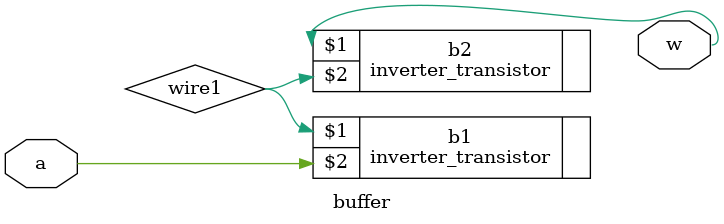
<source format=v>
`timescale 1ns/1ns
`include "inverter_transistor.v"
module buffer(w, a);
input a;
output w;
wire wire1;
inverter_transistor b1 (wire1, a);
inverter_transistor b2 (w, wire1);
endmodule
</source>
